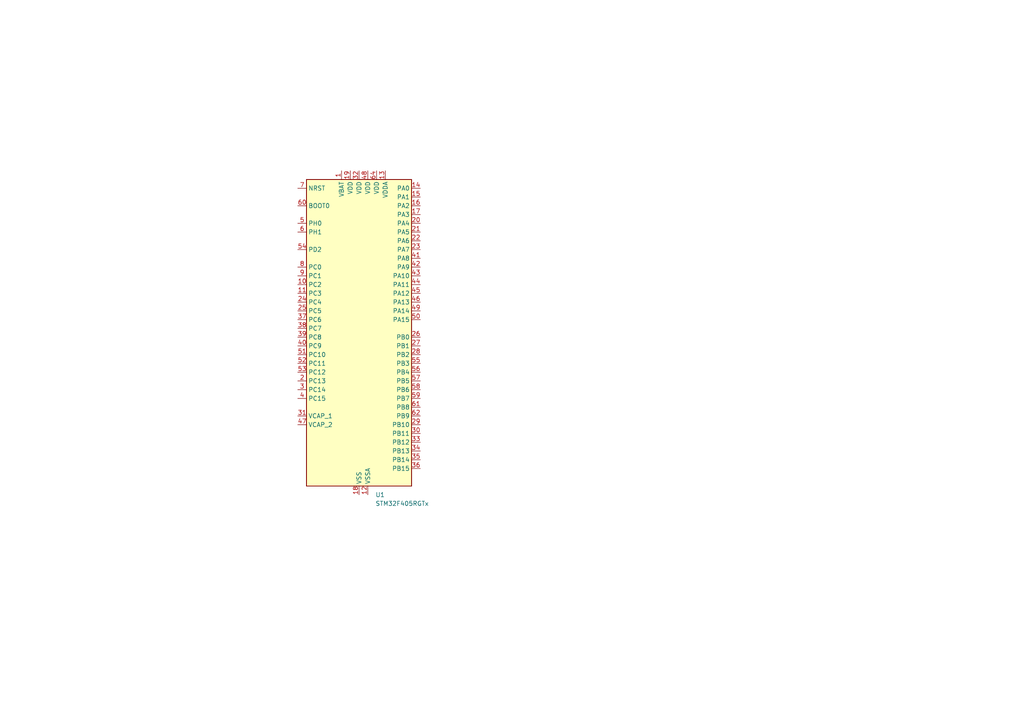
<source format=kicad_sch>
(kicad_sch (version 20231120) (generator "eeschema") (generator_version "8.0")
  (paper "A4")
  (lib_symbols
    (symbol "MCU_ST_STM32F4:STM32F405RGTx"
      (property "Reference" "U" (at -15.24 46.99 0))
      (property "Value" "STM32F405RGTx" (at 10.16 46.99 0))
      (symbol "STM32F405RGTx_0_1"
        (rectangle (start -15.24 -43.18) (end 15.24 45.72) (stroke (width 0.254)) (fill (type background)))
      )
      (symbol "STM32F405RGTx_1_1"
        (pin power_in line (at -5.08 48.26 270) (length 2.54) (name "VBAT") (number "1"))
        (pin bidirectional line (at -17.78 15.24 0) (length 2.54) (name "PC2") (number "10"))
        (pin bidirectional line (at -17.78 12.7 0) (length 2.54) (name "PC3") (number "11"))
        (pin power_in line (at 2.54 -45.72 90) (length 2.54) (name "VSSA") (number "12"))
        (pin power_in line (at 7.62 48.26 270) (length 2.54) (name "VDDA") (number "13"))
        (pin bidirectional line (at 17.78 43.18 180) (length 2.54) (name "PA0") (number "14"))
        (pin bidirectional line (at 17.78 40.64 180) (length 2.54) (name "PA1") (number "15"))
        (pin bidirectional line (at 17.78 38.1 180) (length 2.54) (name "PA2") (number "16"))
        (pin bidirectional line (at 17.78 35.56 180) (length 2.54) (name "PA3") (number "17"))
        (pin power_in line (at 0 -45.72 90) (length 2.54) (name "VSS") (number "18"))
        (pin power_in line (at -2.54 48.26 270) (length 2.54) (name "VDD") (number "19"))
        (pin bidirectional line (at -17.78 -12.7 0) (length 2.54) (name "PC13") (number "2"))
        (pin bidirectional line (at 17.78 33.02 180) (length 2.54) (name "PA4") (number "20"))
        (pin bidirectional line (at 17.78 30.48 180) (length 2.54) (name "PA5") (number "21"))
        (pin bidirectional line (at 17.78 27.94 180) (length 2.54) (name "PA6") (number "22"))
        (pin bidirectional line (at 17.78 25.4 180) (length 2.54) (name "PA7") (number "23"))
        (pin bidirectional line (at -17.78 10.16 0) (length 2.54) (name "PC4") (number "24"))
        (pin bidirectional line (at -17.78 7.62 0) (length 2.54) (name "PC5") (number "25"))
        (pin bidirectional line (at 17.78 0 180) (length 2.54) (name "PB0") (number "26"))
        (pin bidirectional line (at 17.78 -2.54 180) (length 2.54) (name "PB1") (number "27"))
        (pin bidirectional line (at 17.78 -5.08 180) (length 2.54) (name "PB2") (number "28"))
        (pin bidirectional line (at 17.78 -25.4 180) (length 2.54) (name "PB10") (number "29"))
        (pin bidirectional line (at -17.78 -15.24 0) (length 2.54) (name "PC14") (number "3"))
        (pin bidirectional line (at 17.78 -27.94 180) (length 2.54) (name "PB11") (number "30"))
        (pin power_out line (at -17.78 -22.86 0) (length 2.54) (name "VCAP_1") (number "31"))
        (pin power_in line (at 0 48.26 270) (length 2.54) (name "VDD") (number "32"))
        (pin bidirectional line (at 17.78 -30.48 180) (length 2.54) (name "PB12") (number "33"))
        (pin bidirectional line (at 17.78 -33.02 180) (length 2.54) (name "PB13") (number "34"))
        (pin bidirectional line (at 17.78 -35.56 180) (length 2.54) (name "PB14") (number "35"))
        (pin bidirectional line (at 17.78 -38.1 180) (length 2.54) (name "PB15") (number "36"))
        (pin bidirectional line (at -17.78 5.08 0) (length 2.54) (name "PC6") (number "37"))
        (pin bidirectional line (at -17.78 2.54 0) (length 2.54) (name "PC7") (number "38"))
        (pin bidirectional line (at -17.78 0 0) (length 2.54) (name "PC8") (number "39"))
        (pin bidirectional line (at -17.78 -17.78 0) (length 2.54) (name "PC15") (number "4"))
        (pin bidirectional line (at -17.78 -2.54 0) (length 2.54) (name "PC9") (number "40"))
        (pin bidirectional line (at 17.78 22.86 180) (length 2.54) (name "PA8") (number "41"))
        (pin bidirectional line (at 17.78 20.32 180) (length 2.54) (name "PA9") (number "42"))
        (pin bidirectional line (at 17.78 17.78 180) (length 2.54) (name "PA10") (number "43"))
        (pin bidirectional line (at 17.78 15.24 180) (length 2.54) (name "PA11") (number "44"))
        (pin bidirectional line (at 17.78 12.7 180) (length 2.54) (name "PA12") (number "45"))
        (pin bidirectional line (at 17.78 10.16 180) (length 2.54) (name "PA13") (number "46"))
        (pin power_out line (at -17.78 -25.4 0) (length 2.54) (name "VCAP_2") (number "47"))
        (pin power_in line (at 2.54 48.26 270) (length 2.54) (name "VDD") (number "48"))
        (pin bidirectional line (at 17.78 7.62 180) (length 2.54) (name "PA14") (number "49"))
        (pin bidirectional line (at -17.78 33.02 0) (length 2.54) (name "PH0") (number "5"))
        (pin bidirectional line (at 17.78 5.08 180) (length 2.54) (name "PA15") (number "50"))
        (pin bidirectional line (at -17.78 -5.08 0) (length 2.54) (name "PC10") (number "51"))
        (pin bidirectional line (at -17.78 -7.62 0) (length 2.54) (name "PC11") (number "52"))
        (pin bidirectional line (at -17.78 -10.16 0) (length 2.54) (name "PC12") (number "53"))
        (pin bidirectional line (at -17.78 25.4 0) (length 2.54) (name "PD2") (number "54"))
        (pin bidirectional line (at 17.78 -7.62 180) (length 2.54) (name "PB3") (number "55"))
        (pin bidirectional line (at 17.78 -10.16 180) (length 2.54) (name "PB4") (number "56"))
        (pin bidirectional line (at 17.78 -12.7 180) (length 2.54) (name "PB5") (number "57"))
        (pin bidirectional line (at 17.78 -15.24 180) (length 2.54) (name "PB6") (number "58"))
        (pin bidirectional line (at 17.78 -17.78 180) (length 2.54) (name "PB7") (number "59"))
        (pin bidirectional line (at -17.78 30.48 0) (length 2.54) (name "PH1") (number "6"))
        (pin input line (at -17.78 38.1 0) (length 2.54) (name "BOOT0") (number "60"))
        (pin bidirectional line (at 17.78 -20.32 180) (length 2.54) (name "PB8") (number "61"))
        (pin bidirectional line (at 17.78 -22.86 180) (length 2.54) (name "PB9") (number "62"))
        (pin passive line (at 0 -45.72 90) (length 2.54) hide (name "VSS") (number "63"))
        (pin power_in line (at 5.08 48.26 270) (length 2.54) (name "VDD") (number "64"))
        (pin input line (at -17.78 43.18 0) (length 2.54) (name "NRST") (number "7"))
        (pin bidirectional line (at -17.78 20.32 0) (length 2.54) (name "PC0") (number "8"))
        (pin bidirectional line (at -17.78 17.78 0) (length 2.54) (name "PC1") (number "9"))
      )
    )
  )
  (symbol (lib_id "MCU_ST_STM32F4:STM32F405RGTx") (at 104.14 97.79 0) (unit 1)
    (property "Reference" "U1" (at 108.8741 143.51 0) (effects (justify left)))
    (property "Value" "STM32F405RGTx" (at 108.8741 146.05 0) (effects (justify left)))
    (property "Footprint" "Package_QFP:LQFP-64_10x10mm_P0.5mm" (effects (hide yes)))
    (property "Datasheet" "https://www.st.com/resource/en/datasheet/stm32f405rg.pdf" (effects (hide yes)))
    (property "Description" "STMicroelectronics Arm Cortex-M4 MCU, 1024KB flash, 192KB RAM, 168 MHz, 1.8-3.6V, 51 GPIO, LQFP64" (effects (hide yes)))
  )
)
</source>
